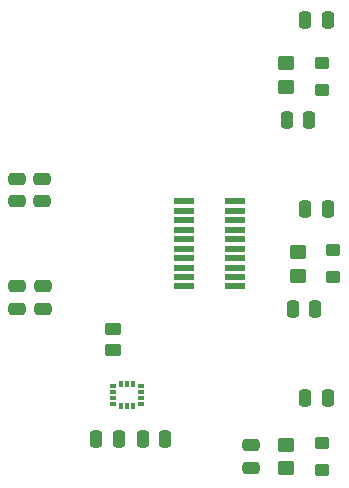
<source format=gtp>
%TF.GenerationSoftware,KiCad,Pcbnew,7.0.9*%
%TF.CreationDate,2023-11-28T01:13:51-06:00*%
%TF.ProjectId,Telemetry-Peripheral-SOM-Daughterboard-IMU,54656c65-6d65-4747-9279-2d5065726970,rev?*%
%TF.SameCoordinates,Original*%
%TF.FileFunction,Paste,Top*%
%TF.FilePolarity,Positive*%
%FSLAX46Y46*%
G04 Gerber Fmt 4.6, Leading zero omitted, Abs format (unit mm)*
G04 Created by KiCad (PCBNEW 7.0.9) date 2023-11-28 01:13:51*
%MOMM*%
%LPD*%
G01*
G04 APERTURE LIST*
G04 Aperture macros list*
%AMRoundRect*
0 Rectangle with rounded corners*
0 $1 Rounding radius*
0 $2 $3 $4 $5 $6 $7 $8 $9 X,Y pos of 4 corners*
0 Add a 4 corners polygon primitive as box body*
4,1,4,$2,$3,$4,$5,$6,$7,$8,$9,$2,$3,0*
0 Add four circle primitives for the rounded corners*
1,1,$1+$1,$2,$3*
1,1,$1+$1,$4,$5*
1,1,$1+$1,$6,$7*
1,1,$1+$1,$8,$9*
0 Add four rect primitives between the rounded corners*
20,1,$1+$1,$2,$3,$4,$5,0*
20,1,$1+$1,$4,$5,$6,$7,0*
20,1,$1+$1,$6,$7,$8,$9,0*
20,1,$1+$1,$8,$9,$2,$3,0*%
G04 Aperture macros list end*
%ADD10RoundRect,0.250000X-0.250000X-0.475000X0.250000X-0.475000X0.250000X0.475000X-0.250000X0.475000X0*%
%ADD11RoundRect,0.250000X0.250000X0.475000X-0.250000X0.475000X-0.250000X-0.475000X0.250000X-0.475000X0*%
%ADD12RoundRect,0.250000X0.475000X-0.250000X0.475000X0.250000X-0.475000X0.250000X-0.475000X-0.250000X0*%
%ADD13RoundRect,0.250000X-0.350000X0.275000X-0.350000X-0.275000X0.350000X-0.275000X0.350000X0.275000X0*%
%ADD14R,1.800000X0.550000*%
%ADD15RoundRect,0.250000X-0.475000X0.250000X-0.475000X-0.250000X0.475000X-0.250000X0.475000X0.250000X0*%
%ADD16RoundRect,0.250000X0.450000X-0.350000X0.450000X0.350000X-0.450000X0.350000X-0.450000X-0.350000X0*%
%ADD17R,0.533400X0.304800*%
%ADD18R,0.304800X0.533400*%
%ADD19RoundRect,0.250000X-0.450000X0.262500X-0.450000X-0.262500X0.450000X-0.262500X0.450000X0.262500X0*%
G04 APERTURE END LIST*
D10*
%TO.C,C1*%
X156931401Y-107500000D03*
X158831401Y-107500000D03*
%TD*%
%TO.C,C9*%
X173050000Y-80500000D03*
X174950000Y-80500000D03*
%TD*%
D11*
%TO.C,C8*%
X176500000Y-104000000D03*
X174600000Y-104000000D03*
%TD*%
D12*
%TO.C,C6*%
X150200000Y-96500000D03*
X150200000Y-94600000D03*
%TD*%
D13*
%TO.C,FB2*%
X176000000Y-75700000D03*
X176000000Y-78000000D03*
%TD*%
D11*
%TO.C,C12*%
X176500000Y-88000000D03*
X174600000Y-88000000D03*
%TD*%
D14*
%TO.C,J1*%
X164350000Y-87400000D03*
X168650000Y-87400000D03*
X164350000Y-88200000D03*
X168650000Y-88200000D03*
X164350000Y-89000000D03*
X168650000Y-89000000D03*
X164350000Y-89800000D03*
X168650000Y-89800000D03*
X164350000Y-90600000D03*
X168650000Y-90600000D03*
X164350000Y-91400000D03*
X168650000Y-91400000D03*
X164350000Y-92200000D03*
X168650000Y-92200000D03*
X164350000Y-93000000D03*
X168650000Y-93000000D03*
X164350000Y-93800000D03*
X168650000Y-93800000D03*
X164350000Y-94600000D03*
X168650000Y-94600000D03*
%TD*%
D11*
%TO.C,C10*%
X176500000Y-72000000D03*
X174600000Y-72000000D03*
%TD*%
D10*
%TO.C,C11*%
X173550000Y-96500000D03*
X175450000Y-96500000D03*
%TD*%
D15*
%TO.C,C5*%
X152400000Y-94600000D03*
X152400000Y-96500000D03*
%TD*%
D16*
%TO.C,R3*%
X173000000Y-77700000D03*
X173000000Y-75700000D03*
%TD*%
D15*
%TO.C,C4*%
X150200000Y-85500000D03*
X150200000Y-87400000D03*
%TD*%
%TO.C,C3*%
X152350000Y-85500000D03*
X152350000Y-87400000D03*
%TD*%
%TO.C,C7*%
X170000000Y-108050000D03*
X170000000Y-109950000D03*
%TD*%
D17*
%TO.C,U1*%
X158318901Y-103049698D03*
X158318901Y-103549699D03*
X158318901Y-104049699D03*
X158318901Y-104549700D03*
D18*
X159000002Y-104726799D03*
X159500001Y-104726799D03*
X160000000Y-104726799D03*
D17*
X160681101Y-104549700D03*
X160681101Y-104049699D03*
X160681101Y-103549699D03*
X160681101Y-103049698D03*
D18*
X160000000Y-102872599D03*
X159500001Y-102872599D03*
X159000002Y-102872599D03*
%TD*%
D16*
%TO.C,R2*%
X173000000Y-110000000D03*
X173000000Y-108000000D03*
%TD*%
D19*
%TO.C,R1*%
X158331401Y-98187500D03*
X158331401Y-100012500D03*
%TD*%
D16*
%TO.C,R4*%
X174000000Y-93700000D03*
X174000000Y-91700000D03*
%TD*%
D13*
%TO.C,FB3*%
X177000000Y-91500000D03*
X177000000Y-93800000D03*
%TD*%
D11*
%TO.C,C2*%
X162750000Y-107500000D03*
X160850000Y-107500000D03*
%TD*%
D13*
%TO.C,FB1*%
X176000000Y-107850000D03*
X176000000Y-110150000D03*
%TD*%
M02*

</source>
